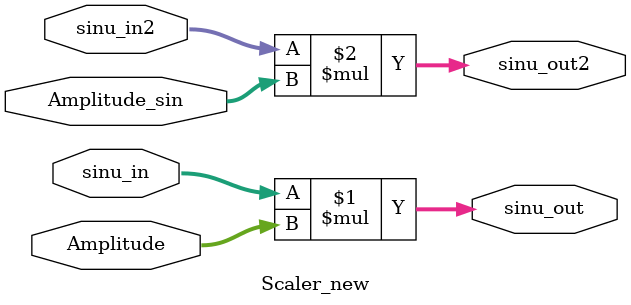
<source format=v>
`timescale 1ns / 1ps
module Scaler_new(
 input [7:0] sinu_in,
 input [7:0] sinu_in2,
 input [7:0] Amplitude,
 input [7:0] Amplitude_sin,
 output [15:0] sinu_out,
 output [15:0] sinu_out2
);

assign sinu_out = (sinu_in*Amplitude);
assign sinu_out2 = (sinu_in2*Amplitude_sin);


endmodule

</source>
